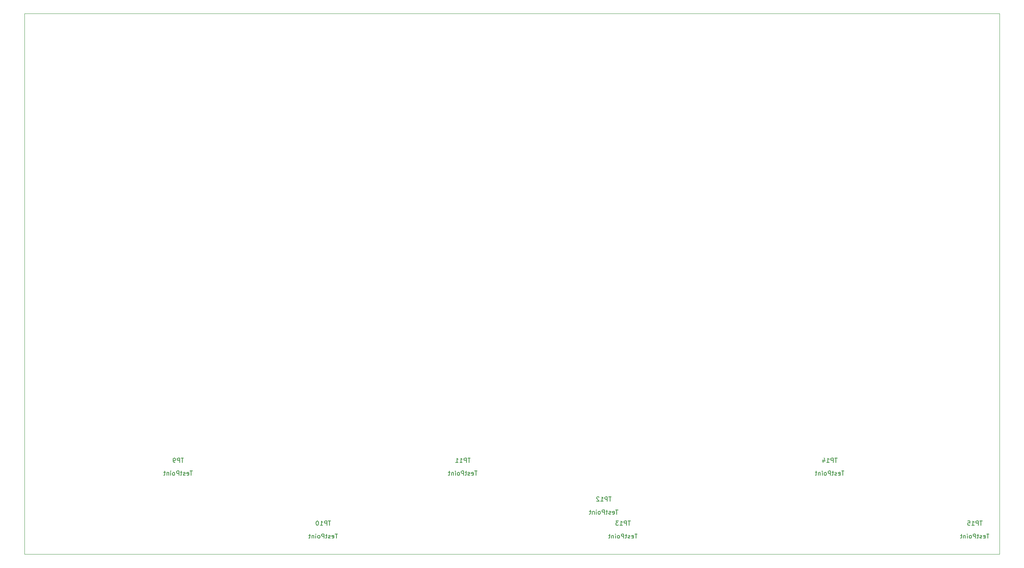
<source format=gbr>
%TF.GenerationSoftware,KiCad,Pcbnew,7.0.7*%
%TF.CreationDate,2023-10-28T12:22:14-07:00*%
%TF.ProjectId,MF50,4d463530-2e6b-4696-9361-645f70636258,rev?*%
%TF.SameCoordinates,Original*%
%TF.FileFunction,AssemblyDrawing,Bot*%
%FSLAX46Y46*%
G04 Gerber Fmt 4.6, Leading zero omitted, Abs format (unit mm)*
G04 Created by KiCad (PCBNEW 7.0.7) date 2023-10-28 12:22:14*
%MOMM*%
%LPD*%
G01*
G04 APERTURE LIST*
%ADD10C,0.150000*%
%TA.AperFunction,Profile*%
%ADD11C,0.100000*%
%TD*%
G04 APERTURE END LIST*
D10*
X215703333Y-157004819D02*
X215131905Y-157004819D01*
X215417619Y-158004819D02*
X215417619Y-157004819D01*
X214417619Y-157957200D02*
X214512857Y-158004819D01*
X214512857Y-158004819D02*
X214703333Y-158004819D01*
X214703333Y-158004819D02*
X214798571Y-157957200D01*
X214798571Y-157957200D02*
X214846190Y-157861961D01*
X214846190Y-157861961D02*
X214846190Y-157481009D01*
X214846190Y-157481009D02*
X214798571Y-157385771D01*
X214798571Y-157385771D02*
X214703333Y-157338152D01*
X214703333Y-157338152D02*
X214512857Y-157338152D01*
X214512857Y-157338152D02*
X214417619Y-157385771D01*
X214417619Y-157385771D02*
X214370000Y-157481009D01*
X214370000Y-157481009D02*
X214370000Y-157576247D01*
X214370000Y-157576247D02*
X214846190Y-157671485D01*
X213989047Y-157957200D02*
X213893809Y-158004819D01*
X213893809Y-158004819D02*
X213703333Y-158004819D01*
X213703333Y-158004819D02*
X213608095Y-157957200D01*
X213608095Y-157957200D02*
X213560476Y-157861961D01*
X213560476Y-157861961D02*
X213560476Y-157814342D01*
X213560476Y-157814342D02*
X213608095Y-157719104D01*
X213608095Y-157719104D02*
X213703333Y-157671485D01*
X213703333Y-157671485D02*
X213846190Y-157671485D01*
X213846190Y-157671485D02*
X213941428Y-157623866D01*
X213941428Y-157623866D02*
X213989047Y-157528628D01*
X213989047Y-157528628D02*
X213989047Y-157481009D01*
X213989047Y-157481009D02*
X213941428Y-157385771D01*
X213941428Y-157385771D02*
X213846190Y-157338152D01*
X213846190Y-157338152D02*
X213703333Y-157338152D01*
X213703333Y-157338152D02*
X213608095Y-157385771D01*
X213274761Y-157338152D02*
X212893809Y-157338152D01*
X213131904Y-157004819D02*
X213131904Y-157861961D01*
X213131904Y-157861961D02*
X213084285Y-157957200D01*
X213084285Y-157957200D02*
X212989047Y-158004819D01*
X212989047Y-158004819D02*
X212893809Y-158004819D01*
X212560475Y-158004819D02*
X212560475Y-157004819D01*
X212560475Y-157004819D02*
X212179523Y-157004819D01*
X212179523Y-157004819D02*
X212084285Y-157052438D01*
X212084285Y-157052438D02*
X212036666Y-157100057D01*
X212036666Y-157100057D02*
X211989047Y-157195295D01*
X211989047Y-157195295D02*
X211989047Y-157338152D01*
X211989047Y-157338152D02*
X212036666Y-157433390D01*
X212036666Y-157433390D02*
X212084285Y-157481009D01*
X212084285Y-157481009D02*
X212179523Y-157528628D01*
X212179523Y-157528628D02*
X212560475Y-157528628D01*
X211417618Y-158004819D02*
X211512856Y-157957200D01*
X211512856Y-157957200D02*
X211560475Y-157909580D01*
X211560475Y-157909580D02*
X211608094Y-157814342D01*
X211608094Y-157814342D02*
X211608094Y-157528628D01*
X211608094Y-157528628D02*
X211560475Y-157433390D01*
X211560475Y-157433390D02*
X211512856Y-157385771D01*
X211512856Y-157385771D02*
X211417618Y-157338152D01*
X211417618Y-157338152D02*
X211274761Y-157338152D01*
X211274761Y-157338152D02*
X211179523Y-157385771D01*
X211179523Y-157385771D02*
X211131904Y-157433390D01*
X211131904Y-157433390D02*
X211084285Y-157528628D01*
X211084285Y-157528628D02*
X211084285Y-157814342D01*
X211084285Y-157814342D02*
X211131904Y-157909580D01*
X211131904Y-157909580D02*
X211179523Y-157957200D01*
X211179523Y-157957200D02*
X211274761Y-158004819D01*
X211274761Y-158004819D02*
X211417618Y-158004819D01*
X210655713Y-158004819D02*
X210655713Y-157338152D01*
X210655713Y-157004819D02*
X210703332Y-157052438D01*
X210703332Y-157052438D02*
X210655713Y-157100057D01*
X210655713Y-157100057D02*
X210608094Y-157052438D01*
X210608094Y-157052438D02*
X210655713Y-157004819D01*
X210655713Y-157004819D02*
X210655713Y-157100057D01*
X210179523Y-157338152D02*
X210179523Y-158004819D01*
X210179523Y-157433390D02*
X210131904Y-157385771D01*
X210131904Y-157385771D02*
X210036666Y-157338152D01*
X210036666Y-157338152D02*
X209893809Y-157338152D01*
X209893809Y-157338152D02*
X209798571Y-157385771D01*
X209798571Y-157385771D02*
X209750952Y-157481009D01*
X209750952Y-157481009D02*
X209750952Y-158004819D01*
X209417618Y-157338152D02*
X209036666Y-157338152D01*
X209274761Y-157004819D02*
X209274761Y-157861961D01*
X209274761Y-157861961D02*
X209227142Y-157957200D01*
X209227142Y-157957200D02*
X209131904Y-158004819D01*
X209131904Y-158004819D02*
X209036666Y-158004819D01*
X213631904Y-154004819D02*
X213060476Y-154004819D01*
X213346190Y-155004819D02*
X213346190Y-154004819D01*
X212727142Y-155004819D02*
X212727142Y-154004819D01*
X212727142Y-154004819D02*
X212346190Y-154004819D01*
X212346190Y-154004819D02*
X212250952Y-154052438D01*
X212250952Y-154052438D02*
X212203333Y-154100057D01*
X212203333Y-154100057D02*
X212155714Y-154195295D01*
X212155714Y-154195295D02*
X212155714Y-154338152D01*
X212155714Y-154338152D02*
X212203333Y-154433390D01*
X212203333Y-154433390D02*
X212250952Y-154481009D01*
X212250952Y-154481009D02*
X212346190Y-154528628D01*
X212346190Y-154528628D02*
X212727142Y-154528628D01*
X211679523Y-155004819D02*
X211489047Y-155004819D01*
X211489047Y-155004819D02*
X211393809Y-154957200D01*
X211393809Y-154957200D02*
X211346190Y-154909580D01*
X211346190Y-154909580D02*
X211250952Y-154766723D01*
X211250952Y-154766723D02*
X211203333Y-154576247D01*
X211203333Y-154576247D02*
X211203333Y-154195295D01*
X211203333Y-154195295D02*
X211250952Y-154100057D01*
X211250952Y-154100057D02*
X211298571Y-154052438D01*
X211298571Y-154052438D02*
X211393809Y-154004819D01*
X211393809Y-154004819D02*
X211584285Y-154004819D01*
X211584285Y-154004819D02*
X211679523Y-154052438D01*
X211679523Y-154052438D02*
X211727142Y-154100057D01*
X211727142Y-154100057D02*
X211774761Y-154195295D01*
X211774761Y-154195295D02*
X211774761Y-154433390D01*
X211774761Y-154433390D02*
X211727142Y-154528628D01*
X211727142Y-154528628D02*
X211679523Y-154576247D01*
X211679523Y-154576247D02*
X211584285Y-154623866D01*
X211584285Y-154623866D02*
X211393809Y-154623866D01*
X211393809Y-154623866D02*
X211298571Y-154576247D01*
X211298571Y-154576247D02*
X211250952Y-154528628D01*
X211250952Y-154528628D02*
X211203333Y-154433390D01*
X366713333Y-157004819D02*
X366141905Y-157004819D01*
X366427619Y-158004819D02*
X366427619Y-157004819D01*
X365427619Y-157957200D02*
X365522857Y-158004819D01*
X365522857Y-158004819D02*
X365713333Y-158004819D01*
X365713333Y-158004819D02*
X365808571Y-157957200D01*
X365808571Y-157957200D02*
X365856190Y-157861961D01*
X365856190Y-157861961D02*
X365856190Y-157481009D01*
X365856190Y-157481009D02*
X365808571Y-157385771D01*
X365808571Y-157385771D02*
X365713333Y-157338152D01*
X365713333Y-157338152D02*
X365522857Y-157338152D01*
X365522857Y-157338152D02*
X365427619Y-157385771D01*
X365427619Y-157385771D02*
X365380000Y-157481009D01*
X365380000Y-157481009D02*
X365380000Y-157576247D01*
X365380000Y-157576247D02*
X365856190Y-157671485D01*
X364999047Y-157957200D02*
X364903809Y-158004819D01*
X364903809Y-158004819D02*
X364713333Y-158004819D01*
X364713333Y-158004819D02*
X364618095Y-157957200D01*
X364618095Y-157957200D02*
X364570476Y-157861961D01*
X364570476Y-157861961D02*
X364570476Y-157814342D01*
X364570476Y-157814342D02*
X364618095Y-157719104D01*
X364618095Y-157719104D02*
X364713333Y-157671485D01*
X364713333Y-157671485D02*
X364856190Y-157671485D01*
X364856190Y-157671485D02*
X364951428Y-157623866D01*
X364951428Y-157623866D02*
X364999047Y-157528628D01*
X364999047Y-157528628D02*
X364999047Y-157481009D01*
X364999047Y-157481009D02*
X364951428Y-157385771D01*
X364951428Y-157385771D02*
X364856190Y-157338152D01*
X364856190Y-157338152D02*
X364713333Y-157338152D01*
X364713333Y-157338152D02*
X364618095Y-157385771D01*
X364284761Y-157338152D02*
X363903809Y-157338152D01*
X364141904Y-157004819D02*
X364141904Y-157861961D01*
X364141904Y-157861961D02*
X364094285Y-157957200D01*
X364094285Y-157957200D02*
X363999047Y-158004819D01*
X363999047Y-158004819D02*
X363903809Y-158004819D01*
X363570475Y-158004819D02*
X363570475Y-157004819D01*
X363570475Y-157004819D02*
X363189523Y-157004819D01*
X363189523Y-157004819D02*
X363094285Y-157052438D01*
X363094285Y-157052438D02*
X363046666Y-157100057D01*
X363046666Y-157100057D02*
X362999047Y-157195295D01*
X362999047Y-157195295D02*
X362999047Y-157338152D01*
X362999047Y-157338152D02*
X363046666Y-157433390D01*
X363046666Y-157433390D02*
X363094285Y-157481009D01*
X363094285Y-157481009D02*
X363189523Y-157528628D01*
X363189523Y-157528628D02*
X363570475Y-157528628D01*
X362427618Y-158004819D02*
X362522856Y-157957200D01*
X362522856Y-157957200D02*
X362570475Y-157909580D01*
X362570475Y-157909580D02*
X362618094Y-157814342D01*
X362618094Y-157814342D02*
X362618094Y-157528628D01*
X362618094Y-157528628D02*
X362570475Y-157433390D01*
X362570475Y-157433390D02*
X362522856Y-157385771D01*
X362522856Y-157385771D02*
X362427618Y-157338152D01*
X362427618Y-157338152D02*
X362284761Y-157338152D01*
X362284761Y-157338152D02*
X362189523Y-157385771D01*
X362189523Y-157385771D02*
X362141904Y-157433390D01*
X362141904Y-157433390D02*
X362094285Y-157528628D01*
X362094285Y-157528628D02*
X362094285Y-157814342D01*
X362094285Y-157814342D02*
X362141904Y-157909580D01*
X362141904Y-157909580D02*
X362189523Y-157957200D01*
X362189523Y-157957200D02*
X362284761Y-158004819D01*
X362284761Y-158004819D02*
X362427618Y-158004819D01*
X361665713Y-158004819D02*
X361665713Y-157338152D01*
X361665713Y-157004819D02*
X361713332Y-157052438D01*
X361713332Y-157052438D02*
X361665713Y-157100057D01*
X361665713Y-157100057D02*
X361618094Y-157052438D01*
X361618094Y-157052438D02*
X361665713Y-157004819D01*
X361665713Y-157004819D02*
X361665713Y-157100057D01*
X361189523Y-157338152D02*
X361189523Y-158004819D01*
X361189523Y-157433390D02*
X361141904Y-157385771D01*
X361141904Y-157385771D02*
X361046666Y-157338152D01*
X361046666Y-157338152D02*
X360903809Y-157338152D01*
X360903809Y-157338152D02*
X360808571Y-157385771D01*
X360808571Y-157385771D02*
X360760952Y-157481009D01*
X360760952Y-157481009D02*
X360760952Y-158004819D01*
X360427618Y-157338152D02*
X360046666Y-157338152D01*
X360284761Y-157004819D02*
X360284761Y-157861961D01*
X360284761Y-157861961D02*
X360237142Y-157957200D01*
X360237142Y-157957200D02*
X360141904Y-158004819D01*
X360141904Y-158004819D02*
X360046666Y-158004819D01*
X365118094Y-154004819D02*
X364546666Y-154004819D01*
X364832380Y-155004819D02*
X364832380Y-154004819D01*
X364213332Y-155004819D02*
X364213332Y-154004819D01*
X364213332Y-154004819D02*
X363832380Y-154004819D01*
X363832380Y-154004819D02*
X363737142Y-154052438D01*
X363737142Y-154052438D02*
X363689523Y-154100057D01*
X363689523Y-154100057D02*
X363641904Y-154195295D01*
X363641904Y-154195295D02*
X363641904Y-154338152D01*
X363641904Y-154338152D02*
X363689523Y-154433390D01*
X363689523Y-154433390D02*
X363737142Y-154481009D01*
X363737142Y-154481009D02*
X363832380Y-154528628D01*
X363832380Y-154528628D02*
X364213332Y-154528628D01*
X362689523Y-155004819D02*
X363260951Y-155004819D01*
X362975237Y-155004819D02*
X362975237Y-154004819D01*
X362975237Y-154004819D02*
X363070475Y-154147676D01*
X363070475Y-154147676D02*
X363165713Y-154242914D01*
X363165713Y-154242914D02*
X363260951Y-154290533D01*
X361832380Y-154338152D02*
X361832380Y-155004819D01*
X362070475Y-153957200D02*
X362308570Y-154671485D01*
X362308570Y-154671485D02*
X361689523Y-154671485D01*
X318793333Y-171584819D02*
X318221905Y-171584819D01*
X318507619Y-172584819D02*
X318507619Y-171584819D01*
X317507619Y-172537200D02*
X317602857Y-172584819D01*
X317602857Y-172584819D02*
X317793333Y-172584819D01*
X317793333Y-172584819D02*
X317888571Y-172537200D01*
X317888571Y-172537200D02*
X317936190Y-172441961D01*
X317936190Y-172441961D02*
X317936190Y-172061009D01*
X317936190Y-172061009D02*
X317888571Y-171965771D01*
X317888571Y-171965771D02*
X317793333Y-171918152D01*
X317793333Y-171918152D02*
X317602857Y-171918152D01*
X317602857Y-171918152D02*
X317507619Y-171965771D01*
X317507619Y-171965771D02*
X317460000Y-172061009D01*
X317460000Y-172061009D02*
X317460000Y-172156247D01*
X317460000Y-172156247D02*
X317936190Y-172251485D01*
X317079047Y-172537200D02*
X316983809Y-172584819D01*
X316983809Y-172584819D02*
X316793333Y-172584819D01*
X316793333Y-172584819D02*
X316698095Y-172537200D01*
X316698095Y-172537200D02*
X316650476Y-172441961D01*
X316650476Y-172441961D02*
X316650476Y-172394342D01*
X316650476Y-172394342D02*
X316698095Y-172299104D01*
X316698095Y-172299104D02*
X316793333Y-172251485D01*
X316793333Y-172251485D02*
X316936190Y-172251485D01*
X316936190Y-172251485D02*
X317031428Y-172203866D01*
X317031428Y-172203866D02*
X317079047Y-172108628D01*
X317079047Y-172108628D02*
X317079047Y-172061009D01*
X317079047Y-172061009D02*
X317031428Y-171965771D01*
X317031428Y-171965771D02*
X316936190Y-171918152D01*
X316936190Y-171918152D02*
X316793333Y-171918152D01*
X316793333Y-171918152D02*
X316698095Y-171965771D01*
X316364761Y-171918152D02*
X315983809Y-171918152D01*
X316221904Y-171584819D02*
X316221904Y-172441961D01*
X316221904Y-172441961D02*
X316174285Y-172537200D01*
X316174285Y-172537200D02*
X316079047Y-172584819D01*
X316079047Y-172584819D02*
X315983809Y-172584819D01*
X315650475Y-172584819D02*
X315650475Y-171584819D01*
X315650475Y-171584819D02*
X315269523Y-171584819D01*
X315269523Y-171584819D02*
X315174285Y-171632438D01*
X315174285Y-171632438D02*
X315126666Y-171680057D01*
X315126666Y-171680057D02*
X315079047Y-171775295D01*
X315079047Y-171775295D02*
X315079047Y-171918152D01*
X315079047Y-171918152D02*
X315126666Y-172013390D01*
X315126666Y-172013390D02*
X315174285Y-172061009D01*
X315174285Y-172061009D02*
X315269523Y-172108628D01*
X315269523Y-172108628D02*
X315650475Y-172108628D01*
X314507618Y-172584819D02*
X314602856Y-172537200D01*
X314602856Y-172537200D02*
X314650475Y-172489580D01*
X314650475Y-172489580D02*
X314698094Y-172394342D01*
X314698094Y-172394342D02*
X314698094Y-172108628D01*
X314698094Y-172108628D02*
X314650475Y-172013390D01*
X314650475Y-172013390D02*
X314602856Y-171965771D01*
X314602856Y-171965771D02*
X314507618Y-171918152D01*
X314507618Y-171918152D02*
X314364761Y-171918152D01*
X314364761Y-171918152D02*
X314269523Y-171965771D01*
X314269523Y-171965771D02*
X314221904Y-172013390D01*
X314221904Y-172013390D02*
X314174285Y-172108628D01*
X314174285Y-172108628D02*
X314174285Y-172394342D01*
X314174285Y-172394342D02*
X314221904Y-172489580D01*
X314221904Y-172489580D02*
X314269523Y-172537200D01*
X314269523Y-172537200D02*
X314364761Y-172584819D01*
X314364761Y-172584819D02*
X314507618Y-172584819D01*
X313745713Y-172584819D02*
X313745713Y-171918152D01*
X313745713Y-171584819D02*
X313793332Y-171632438D01*
X313793332Y-171632438D02*
X313745713Y-171680057D01*
X313745713Y-171680057D02*
X313698094Y-171632438D01*
X313698094Y-171632438D02*
X313745713Y-171584819D01*
X313745713Y-171584819D02*
X313745713Y-171680057D01*
X313269523Y-171918152D02*
X313269523Y-172584819D01*
X313269523Y-172013390D02*
X313221904Y-171965771D01*
X313221904Y-171965771D02*
X313126666Y-171918152D01*
X313126666Y-171918152D02*
X312983809Y-171918152D01*
X312983809Y-171918152D02*
X312888571Y-171965771D01*
X312888571Y-171965771D02*
X312840952Y-172061009D01*
X312840952Y-172061009D02*
X312840952Y-172584819D01*
X312507618Y-171918152D02*
X312126666Y-171918152D01*
X312364761Y-171584819D02*
X312364761Y-172441961D01*
X312364761Y-172441961D02*
X312317142Y-172537200D01*
X312317142Y-172537200D02*
X312221904Y-172584819D01*
X312221904Y-172584819D02*
X312126666Y-172584819D01*
X317198094Y-168584819D02*
X316626666Y-168584819D01*
X316912380Y-169584819D02*
X316912380Y-168584819D01*
X316293332Y-169584819D02*
X316293332Y-168584819D01*
X316293332Y-168584819D02*
X315912380Y-168584819D01*
X315912380Y-168584819D02*
X315817142Y-168632438D01*
X315817142Y-168632438D02*
X315769523Y-168680057D01*
X315769523Y-168680057D02*
X315721904Y-168775295D01*
X315721904Y-168775295D02*
X315721904Y-168918152D01*
X315721904Y-168918152D02*
X315769523Y-169013390D01*
X315769523Y-169013390D02*
X315817142Y-169061009D01*
X315817142Y-169061009D02*
X315912380Y-169108628D01*
X315912380Y-169108628D02*
X316293332Y-169108628D01*
X314769523Y-169584819D02*
X315340951Y-169584819D01*
X315055237Y-169584819D02*
X315055237Y-168584819D01*
X315055237Y-168584819D02*
X315150475Y-168727676D01*
X315150475Y-168727676D02*
X315245713Y-168822914D01*
X315245713Y-168822914D02*
X315340951Y-168870533D01*
X314436189Y-168584819D02*
X313817142Y-168584819D01*
X313817142Y-168584819D02*
X314150475Y-168965771D01*
X314150475Y-168965771D02*
X314007618Y-168965771D01*
X314007618Y-168965771D02*
X313912380Y-169013390D01*
X313912380Y-169013390D02*
X313864761Y-169061009D01*
X313864761Y-169061009D02*
X313817142Y-169156247D01*
X313817142Y-169156247D02*
X313817142Y-169394342D01*
X313817142Y-169394342D02*
X313864761Y-169489580D01*
X313864761Y-169489580D02*
X313912380Y-169537200D01*
X313912380Y-169537200D02*
X314007618Y-169584819D01*
X314007618Y-169584819D02*
X314293332Y-169584819D01*
X314293332Y-169584819D02*
X314388570Y-169537200D01*
X314388570Y-169537200D02*
X314436189Y-169489580D01*
X249333333Y-171584819D02*
X248761905Y-171584819D01*
X249047619Y-172584819D02*
X249047619Y-171584819D01*
X248047619Y-172537200D02*
X248142857Y-172584819D01*
X248142857Y-172584819D02*
X248333333Y-172584819D01*
X248333333Y-172584819D02*
X248428571Y-172537200D01*
X248428571Y-172537200D02*
X248476190Y-172441961D01*
X248476190Y-172441961D02*
X248476190Y-172061009D01*
X248476190Y-172061009D02*
X248428571Y-171965771D01*
X248428571Y-171965771D02*
X248333333Y-171918152D01*
X248333333Y-171918152D02*
X248142857Y-171918152D01*
X248142857Y-171918152D02*
X248047619Y-171965771D01*
X248047619Y-171965771D02*
X248000000Y-172061009D01*
X248000000Y-172061009D02*
X248000000Y-172156247D01*
X248000000Y-172156247D02*
X248476190Y-172251485D01*
X247619047Y-172537200D02*
X247523809Y-172584819D01*
X247523809Y-172584819D02*
X247333333Y-172584819D01*
X247333333Y-172584819D02*
X247238095Y-172537200D01*
X247238095Y-172537200D02*
X247190476Y-172441961D01*
X247190476Y-172441961D02*
X247190476Y-172394342D01*
X247190476Y-172394342D02*
X247238095Y-172299104D01*
X247238095Y-172299104D02*
X247333333Y-172251485D01*
X247333333Y-172251485D02*
X247476190Y-172251485D01*
X247476190Y-172251485D02*
X247571428Y-172203866D01*
X247571428Y-172203866D02*
X247619047Y-172108628D01*
X247619047Y-172108628D02*
X247619047Y-172061009D01*
X247619047Y-172061009D02*
X247571428Y-171965771D01*
X247571428Y-171965771D02*
X247476190Y-171918152D01*
X247476190Y-171918152D02*
X247333333Y-171918152D01*
X247333333Y-171918152D02*
X247238095Y-171965771D01*
X246904761Y-171918152D02*
X246523809Y-171918152D01*
X246761904Y-171584819D02*
X246761904Y-172441961D01*
X246761904Y-172441961D02*
X246714285Y-172537200D01*
X246714285Y-172537200D02*
X246619047Y-172584819D01*
X246619047Y-172584819D02*
X246523809Y-172584819D01*
X246190475Y-172584819D02*
X246190475Y-171584819D01*
X246190475Y-171584819D02*
X245809523Y-171584819D01*
X245809523Y-171584819D02*
X245714285Y-171632438D01*
X245714285Y-171632438D02*
X245666666Y-171680057D01*
X245666666Y-171680057D02*
X245619047Y-171775295D01*
X245619047Y-171775295D02*
X245619047Y-171918152D01*
X245619047Y-171918152D02*
X245666666Y-172013390D01*
X245666666Y-172013390D02*
X245714285Y-172061009D01*
X245714285Y-172061009D02*
X245809523Y-172108628D01*
X245809523Y-172108628D02*
X246190475Y-172108628D01*
X245047618Y-172584819D02*
X245142856Y-172537200D01*
X245142856Y-172537200D02*
X245190475Y-172489580D01*
X245190475Y-172489580D02*
X245238094Y-172394342D01*
X245238094Y-172394342D02*
X245238094Y-172108628D01*
X245238094Y-172108628D02*
X245190475Y-172013390D01*
X245190475Y-172013390D02*
X245142856Y-171965771D01*
X245142856Y-171965771D02*
X245047618Y-171918152D01*
X245047618Y-171918152D02*
X244904761Y-171918152D01*
X244904761Y-171918152D02*
X244809523Y-171965771D01*
X244809523Y-171965771D02*
X244761904Y-172013390D01*
X244761904Y-172013390D02*
X244714285Y-172108628D01*
X244714285Y-172108628D02*
X244714285Y-172394342D01*
X244714285Y-172394342D02*
X244761904Y-172489580D01*
X244761904Y-172489580D02*
X244809523Y-172537200D01*
X244809523Y-172537200D02*
X244904761Y-172584819D01*
X244904761Y-172584819D02*
X245047618Y-172584819D01*
X244285713Y-172584819D02*
X244285713Y-171918152D01*
X244285713Y-171584819D02*
X244333332Y-171632438D01*
X244333332Y-171632438D02*
X244285713Y-171680057D01*
X244285713Y-171680057D02*
X244238094Y-171632438D01*
X244238094Y-171632438D02*
X244285713Y-171584819D01*
X244285713Y-171584819D02*
X244285713Y-171680057D01*
X243809523Y-171918152D02*
X243809523Y-172584819D01*
X243809523Y-172013390D02*
X243761904Y-171965771D01*
X243761904Y-171965771D02*
X243666666Y-171918152D01*
X243666666Y-171918152D02*
X243523809Y-171918152D01*
X243523809Y-171918152D02*
X243428571Y-171965771D01*
X243428571Y-171965771D02*
X243380952Y-172061009D01*
X243380952Y-172061009D02*
X243380952Y-172584819D01*
X243047618Y-171918152D02*
X242666666Y-171918152D01*
X242904761Y-171584819D02*
X242904761Y-172441961D01*
X242904761Y-172441961D02*
X242857142Y-172537200D01*
X242857142Y-172537200D02*
X242761904Y-172584819D01*
X242761904Y-172584819D02*
X242666666Y-172584819D01*
X247738094Y-168584819D02*
X247166666Y-168584819D01*
X247452380Y-169584819D02*
X247452380Y-168584819D01*
X246833332Y-169584819D02*
X246833332Y-168584819D01*
X246833332Y-168584819D02*
X246452380Y-168584819D01*
X246452380Y-168584819D02*
X246357142Y-168632438D01*
X246357142Y-168632438D02*
X246309523Y-168680057D01*
X246309523Y-168680057D02*
X246261904Y-168775295D01*
X246261904Y-168775295D02*
X246261904Y-168918152D01*
X246261904Y-168918152D02*
X246309523Y-169013390D01*
X246309523Y-169013390D02*
X246357142Y-169061009D01*
X246357142Y-169061009D02*
X246452380Y-169108628D01*
X246452380Y-169108628D02*
X246833332Y-169108628D01*
X245309523Y-169584819D02*
X245880951Y-169584819D01*
X245595237Y-169584819D02*
X245595237Y-168584819D01*
X245595237Y-168584819D02*
X245690475Y-168727676D01*
X245690475Y-168727676D02*
X245785713Y-168822914D01*
X245785713Y-168822914D02*
X245880951Y-168870533D01*
X244690475Y-168584819D02*
X244595237Y-168584819D01*
X244595237Y-168584819D02*
X244499999Y-168632438D01*
X244499999Y-168632438D02*
X244452380Y-168680057D01*
X244452380Y-168680057D02*
X244404761Y-168775295D01*
X244404761Y-168775295D02*
X244357142Y-168965771D01*
X244357142Y-168965771D02*
X244357142Y-169203866D01*
X244357142Y-169203866D02*
X244404761Y-169394342D01*
X244404761Y-169394342D02*
X244452380Y-169489580D01*
X244452380Y-169489580D02*
X244499999Y-169537200D01*
X244499999Y-169537200D02*
X244595237Y-169584819D01*
X244595237Y-169584819D02*
X244690475Y-169584819D01*
X244690475Y-169584819D02*
X244785713Y-169537200D01*
X244785713Y-169537200D02*
X244833332Y-169489580D01*
X244833332Y-169489580D02*
X244880951Y-169394342D01*
X244880951Y-169394342D02*
X244928570Y-169203866D01*
X244928570Y-169203866D02*
X244928570Y-168965771D01*
X244928570Y-168965771D02*
X244880951Y-168775295D01*
X244880951Y-168775295D02*
X244833332Y-168680057D01*
X244833332Y-168680057D02*
X244785713Y-168632438D01*
X244785713Y-168632438D02*
X244690475Y-168584819D01*
X314333333Y-166004819D02*
X313761905Y-166004819D01*
X314047619Y-167004819D02*
X314047619Y-166004819D01*
X313047619Y-166957200D02*
X313142857Y-167004819D01*
X313142857Y-167004819D02*
X313333333Y-167004819D01*
X313333333Y-167004819D02*
X313428571Y-166957200D01*
X313428571Y-166957200D02*
X313476190Y-166861961D01*
X313476190Y-166861961D02*
X313476190Y-166481009D01*
X313476190Y-166481009D02*
X313428571Y-166385771D01*
X313428571Y-166385771D02*
X313333333Y-166338152D01*
X313333333Y-166338152D02*
X313142857Y-166338152D01*
X313142857Y-166338152D02*
X313047619Y-166385771D01*
X313047619Y-166385771D02*
X313000000Y-166481009D01*
X313000000Y-166481009D02*
X313000000Y-166576247D01*
X313000000Y-166576247D02*
X313476190Y-166671485D01*
X312619047Y-166957200D02*
X312523809Y-167004819D01*
X312523809Y-167004819D02*
X312333333Y-167004819D01*
X312333333Y-167004819D02*
X312238095Y-166957200D01*
X312238095Y-166957200D02*
X312190476Y-166861961D01*
X312190476Y-166861961D02*
X312190476Y-166814342D01*
X312190476Y-166814342D02*
X312238095Y-166719104D01*
X312238095Y-166719104D02*
X312333333Y-166671485D01*
X312333333Y-166671485D02*
X312476190Y-166671485D01*
X312476190Y-166671485D02*
X312571428Y-166623866D01*
X312571428Y-166623866D02*
X312619047Y-166528628D01*
X312619047Y-166528628D02*
X312619047Y-166481009D01*
X312619047Y-166481009D02*
X312571428Y-166385771D01*
X312571428Y-166385771D02*
X312476190Y-166338152D01*
X312476190Y-166338152D02*
X312333333Y-166338152D01*
X312333333Y-166338152D02*
X312238095Y-166385771D01*
X311904761Y-166338152D02*
X311523809Y-166338152D01*
X311761904Y-166004819D02*
X311761904Y-166861961D01*
X311761904Y-166861961D02*
X311714285Y-166957200D01*
X311714285Y-166957200D02*
X311619047Y-167004819D01*
X311619047Y-167004819D02*
X311523809Y-167004819D01*
X311190475Y-167004819D02*
X311190475Y-166004819D01*
X311190475Y-166004819D02*
X310809523Y-166004819D01*
X310809523Y-166004819D02*
X310714285Y-166052438D01*
X310714285Y-166052438D02*
X310666666Y-166100057D01*
X310666666Y-166100057D02*
X310619047Y-166195295D01*
X310619047Y-166195295D02*
X310619047Y-166338152D01*
X310619047Y-166338152D02*
X310666666Y-166433390D01*
X310666666Y-166433390D02*
X310714285Y-166481009D01*
X310714285Y-166481009D02*
X310809523Y-166528628D01*
X310809523Y-166528628D02*
X311190475Y-166528628D01*
X310047618Y-167004819D02*
X310142856Y-166957200D01*
X310142856Y-166957200D02*
X310190475Y-166909580D01*
X310190475Y-166909580D02*
X310238094Y-166814342D01*
X310238094Y-166814342D02*
X310238094Y-166528628D01*
X310238094Y-166528628D02*
X310190475Y-166433390D01*
X310190475Y-166433390D02*
X310142856Y-166385771D01*
X310142856Y-166385771D02*
X310047618Y-166338152D01*
X310047618Y-166338152D02*
X309904761Y-166338152D01*
X309904761Y-166338152D02*
X309809523Y-166385771D01*
X309809523Y-166385771D02*
X309761904Y-166433390D01*
X309761904Y-166433390D02*
X309714285Y-166528628D01*
X309714285Y-166528628D02*
X309714285Y-166814342D01*
X309714285Y-166814342D02*
X309761904Y-166909580D01*
X309761904Y-166909580D02*
X309809523Y-166957200D01*
X309809523Y-166957200D02*
X309904761Y-167004819D01*
X309904761Y-167004819D02*
X310047618Y-167004819D01*
X309285713Y-167004819D02*
X309285713Y-166338152D01*
X309285713Y-166004819D02*
X309333332Y-166052438D01*
X309333332Y-166052438D02*
X309285713Y-166100057D01*
X309285713Y-166100057D02*
X309238094Y-166052438D01*
X309238094Y-166052438D02*
X309285713Y-166004819D01*
X309285713Y-166004819D02*
X309285713Y-166100057D01*
X308809523Y-166338152D02*
X308809523Y-167004819D01*
X308809523Y-166433390D02*
X308761904Y-166385771D01*
X308761904Y-166385771D02*
X308666666Y-166338152D01*
X308666666Y-166338152D02*
X308523809Y-166338152D01*
X308523809Y-166338152D02*
X308428571Y-166385771D01*
X308428571Y-166385771D02*
X308380952Y-166481009D01*
X308380952Y-166481009D02*
X308380952Y-167004819D01*
X308047618Y-166338152D02*
X307666666Y-166338152D01*
X307904761Y-166004819D02*
X307904761Y-166861961D01*
X307904761Y-166861961D02*
X307857142Y-166957200D01*
X307857142Y-166957200D02*
X307761904Y-167004819D01*
X307761904Y-167004819D02*
X307666666Y-167004819D01*
X312738094Y-163004819D02*
X312166666Y-163004819D01*
X312452380Y-164004819D02*
X312452380Y-163004819D01*
X311833332Y-164004819D02*
X311833332Y-163004819D01*
X311833332Y-163004819D02*
X311452380Y-163004819D01*
X311452380Y-163004819D02*
X311357142Y-163052438D01*
X311357142Y-163052438D02*
X311309523Y-163100057D01*
X311309523Y-163100057D02*
X311261904Y-163195295D01*
X311261904Y-163195295D02*
X311261904Y-163338152D01*
X311261904Y-163338152D02*
X311309523Y-163433390D01*
X311309523Y-163433390D02*
X311357142Y-163481009D01*
X311357142Y-163481009D02*
X311452380Y-163528628D01*
X311452380Y-163528628D02*
X311833332Y-163528628D01*
X310309523Y-164004819D02*
X310880951Y-164004819D01*
X310595237Y-164004819D02*
X310595237Y-163004819D01*
X310595237Y-163004819D02*
X310690475Y-163147676D01*
X310690475Y-163147676D02*
X310785713Y-163242914D01*
X310785713Y-163242914D02*
X310880951Y-163290533D01*
X309928570Y-163100057D02*
X309880951Y-163052438D01*
X309880951Y-163052438D02*
X309785713Y-163004819D01*
X309785713Y-163004819D02*
X309547618Y-163004819D01*
X309547618Y-163004819D02*
X309452380Y-163052438D01*
X309452380Y-163052438D02*
X309404761Y-163100057D01*
X309404761Y-163100057D02*
X309357142Y-163195295D01*
X309357142Y-163195295D02*
X309357142Y-163290533D01*
X309357142Y-163290533D02*
X309404761Y-163433390D01*
X309404761Y-163433390D02*
X309976189Y-164004819D01*
X309976189Y-164004819D02*
X309357142Y-164004819D01*
X281683333Y-157004819D02*
X281111905Y-157004819D01*
X281397619Y-158004819D02*
X281397619Y-157004819D01*
X280397619Y-157957200D02*
X280492857Y-158004819D01*
X280492857Y-158004819D02*
X280683333Y-158004819D01*
X280683333Y-158004819D02*
X280778571Y-157957200D01*
X280778571Y-157957200D02*
X280826190Y-157861961D01*
X280826190Y-157861961D02*
X280826190Y-157481009D01*
X280826190Y-157481009D02*
X280778571Y-157385771D01*
X280778571Y-157385771D02*
X280683333Y-157338152D01*
X280683333Y-157338152D02*
X280492857Y-157338152D01*
X280492857Y-157338152D02*
X280397619Y-157385771D01*
X280397619Y-157385771D02*
X280350000Y-157481009D01*
X280350000Y-157481009D02*
X280350000Y-157576247D01*
X280350000Y-157576247D02*
X280826190Y-157671485D01*
X279969047Y-157957200D02*
X279873809Y-158004819D01*
X279873809Y-158004819D02*
X279683333Y-158004819D01*
X279683333Y-158004819D02*
X279588095Y-157957200D01*
X279588095Y-157957200D02*
X279540476Y-157861961D01*
X279540476Y-157861961D02*
X279540476Y-157814342D01*
X279540476Y-157814342D02*
X279588095Y-157719104D01*
X279588095Y-157719104D02*
X279683333Y-157671485D01*
X279683333Y-157671485D02*
X279826190Y-157671485D01*
X279826190Y-157671485D02*
X279921428Y-157623866D01*
X279921428Y-157623866D02*
X279969047Y-157528628D01*
X279969047Y-157528628D02*
X279969047Y-157481009D01*
X279969047Y-157481009D02*
X279921428Y-157385771D01*
X279921428Y-157385771D02*
X279826190Y-157338152D01*
X279826190Y-157338152D02*
X279683333Y-157338152D01*
X279683333Y-157338152D02*
X279588095Y-157385771D01*
X279254761Y-157338152D02*
X278873809Y-157338152D01*
X279111904Y-157004819D02*
X279111904Y-157861961D01*
X279111904Y-157861961D02*
X279064285Y-157957200D01*
X279064285Y-157957200D02*
X278969047Y-158004819D01*
X278969047Y-158004819D02*
X278873809Y-158004819D01*
X278540475Y-158004819D02*
X278540475Y-157004819D01*
X278540475Y-157004819D02*
X278159523Y-157004819D01*
X278159523Y-157004819D02*
X278064285Y-157052438D01*
X278064285Y-157052438D02*
X278016666Y-157100057D01*
X278016666Y-157100057D02*
X277969047Y-157195295D01*
X277969047Y-157195295D02*
X277969047Y-157338152D01*
X277969047Y-157338152D02*
X278016666Y-157433390D01*
X278016666Y-157433390D02*
X278064285Y-157481009D01*
X278064285Y-157481009D02*
X278159523Y-157528628D01*
X278159523Y-157528628D02*
X278540475Y-157528628D01*
X277397618Y-158004819D02*
X277492856Y-157957200D01*
X277492856Y-157957200D02*
X277540475Y-157909580D01*
X277540475Y-157909580D02*
X277588094Y-157814342D01*
X277588094Y-157814342D02*
X277588094Y-157528628D01*
X277588094Y-157528628D02*
X277540475Y-157433390D01*
X277540475Y-157433390D02*
X277492856Y-157385771D01*
X277492856Y-157385771D02*
X277397618Y-157338152D01*
X277397618Y-157338152D02*
X277254761Y-157338152D01*
X277254761Y-157338152D02*
X277159523Y-157385771D01*
X277159523Y-157385771D02*
X277111904Y-157433390D01*
X277111904Y-157433390D02*
X277064285Y-157528628D01*
X277064285Y-157528628D02*
X277064285Y-157814342D01*
X277064285Y-157814342D02*
X277111904Y-157909580D01*
X277111904Y-157909580D02*
X277159523Y-157957200D01*
X277159523Y-157957200D02*
X277254761Y-158004819D01*
X277254761Y-158004819D02*
X277397618Y-158004819D01*
X276635713Y-158004819D02*
X276635713Y-157338152D01*
X276635713Y-157004819D02*
X276683332Y-157052438D01*
X276683332Y-157052438D02*
X276635713Y-157100057D01*
X276635713Y-157100057D02*
X276588094Y-157052438D01*
X276588094Y-157052438D02*
X276635713Y-157004819D01*
X276635713Y-157004819D02*
X276635713Y-157100057D01*
X276159523Y-157338152D02*
X276159523Y-158004819D01*
X276159523Y-157433390D02*
X276111904Y-157385771D01*
X276111904Y-157385771D02*
X276016666Y-157338152D01*
X276016666Y-157338152D02*
X275873809Y-157338152D01*
X275873809Y-157338152D02*
X275778571Y-157385771D01*
X275778571Y-157385771D02*
X275730952Y-157481009D01*
X275730952Y-157481009D02*
X275730952Y-158004819D01*
X275397618Y-157338152D02*
X275016666Y-157338152D01*
X275254761Y-157004819D02*
X275254761Y-157861961D01*
X275254761Y-157861961D02*
X275207142Y-157957200D01*
X275207142Y-157957200D02*
X275111904Y-158004819D01*
X275111904Y-158004819D02*
X275016666Y-158004819D01*
X280088094Y-154004819D02*
X279516666Y-154004819D01*
X279802380Y-155004819D02*
X279802380Y-154004819D01*
X279183332Y-155004819D02*
X279183332Y-154004819D01*
X279183332Y-154004819D02*
X278802380Y-154004819D01*
X278802380Y-154004819D02*
X278707142Y-154052438D01*
X278707142Y-154052438D02*
X278659523Y-154100057D01*
X278659523Y-154100057D02*
X278611904Y-154195295D01*
X278611904Y-154195295D02*
X278611904Y-154338152D01*
X278611904Y-154338152D02*
X278659523Y-154433390D01*
X278659523Y-154433390D02*
X278707142Y-154481009D01*
X278707142Y-154481009D02*
X278802380Y-154528628D01*
X278802380Y-154528628D02*
X279183332Y-154528628D01*
X277659523Y-155004819D02*
X278230951Y-155004819D01*
X277945237Y-155004819D02*
X277945237Y-154004819D01*
X277945237Y-154004819D02*
X278040475Y-154147676D01*
X278040475Y-154147676D02*
X278135713Y-154242914D01*
X278135713Y-154242914D02*
X278230951Y-154290533D01*
X276707142Y-155004819D02*
X277278570Y-155004819D01*
X276992856Y-155004819D02*
X276992856Y-154004819D01*
X276992856Y-154004819D02*
X277088094Y-154147676D01*
X277088094Y-154147676D02*
X277183332Y-154242914D01*
X277183332Y-154242914D02*
X277278570Y-154290533D01*
X400333333Y-171584819D02*
X399761905Y-171584819D01*
X400047619Y-172584819D02*
X400047619Y-171584819D01*
X399047619Y-172537200D02*
X399142857Y-172584819D01*
X399142857Y-172584819D02*
X399333333Y-172584819D01*
X399333333Y-172584819D02*
X399428571Y-172537200D01*
X399428571Y-172537200D02*
X399476190Y-172441961D01*
X399476190Y-172441961D02*
X399476190Y-172061009D01*
X399476190Y-172061009D02*
X399428571Y-171965771D01*
X399428571Y-171965771D02*
X399333333Y-171918152D01*
X399333333Y-171918152D02*
X399142857Y-171918152D01*
X399142857Y-171918152D02*
X399047619Y-171965771D01*
X399047619Y-171965771D02*
X399000000Y-172061009D01*
X399000000Y-172061009D02*
X399000000Y-172156247D01*
X399000000Y-172156247D02*
X399476190Y-172251485D01*
X398619047Y-172537200D02*
X398523809Y-172584819D01*
X398523809Y-172584819D02*
X398333333Y-172584819D01*
X398333333Y-172584819D02*
X398238095Y-172537200D01*
X398238095Y-172537200D02*
X398190476Y-172441961D01*
X398190476Y-172441961D02*
X398190476Y-172394342D01*
X398190476Y-172394342D02*
X398238095Y-172299104D01*
X398238095Y-172299104D02*
X398333333Y-172251485D01*
X398333333Y-172251485D02*
X398476190Y-172251485D01*
X398476190Y-172251485D02*
X398571428Y-172203866D01*
X398571428Y-172203866D02*
X398619047Y-172108628D01*
X398619047Y-172108628D02*
X398619047Y-172061009D01*
X398619047Y-172061009D02*
X398571428Y-171965771D01*
X398571428Y-171965771D02*
X398476190Y-171918152D01*
X398476190Y-171918152D02*
X398333333Y-171918152D01*
X398333333Y-171918152D02*
X398238095Y-171965771D01*
X397904761Y-171918152D02*
X397523809Y-171918152D01*
X397761904Y-171584819D02*
X397761904Y-172441961D01*
X397761904Y-172441961D02*
X397714285Y-172537200D01*
X397714285Y-172537200D02*
X397619047Y-172584819D01*
X397619047Y-172584819D02*
X397523809Y-172584819D01*
X397190475Y-172584819D02*
X397190475Y-171584819D01*
X397190475Y-171584819D02*
X396809523Y-171584819D01*
X396809523Y-171584819D02*
X396714285Y-171632438D01*
X396714285Y-171632438D02*
X396666666Y-171680057D01*
X396666666Y-171680057D02*
X396619047Y-171775295D01*
X396619047Y-171775295D02*
X396619047Y-171918152D01*
X396619047Y-171918152D02*
X396666666Y-172013390D01*
X396666666Y-172013390D02*
X396714285Y-172061009D01*
X396714285Y-172061009D02*
X396809523Y-172108628D01*
X396809523Y-172108628D02*
X397190475Y-172108628D01*
X396047618Y-172584819D02*
X396142856Y-172537200D01*
X396142856Y-172537200D02*
X396190475Y-172489580D01*
X396190475Y-172489580D02*
X396238094Y-172394342D01*
X396238094Y-172394342D02*
X396238094Y-172108628D01*
X396238094Y-172108628D02*
X396190475Y-172013390D01*
X396190475Y-172013390D02*
X396142856Y-171965771D01*
X396142856Y-171965771D02*
X396047618Y-171918152D01*
X396047618Y-171918152D02*
X395904761Y-171918152D01*
X395904761Y-171918152D02*
X395809523Y-171965771D01*
X395809523Y-171965771D02*
X395761904Y-172013390D01*
X395761904Y-172013390D02*
X395714285Y-172108628D01*
X395714285Y-172108628D02*
X395714285Y-172394342D01*
X395714285Y-172394342D02*
X395761904Y-172489580D01*
X395761904Y-172489580D02*
X395809523Y-172537200D01*
X395809523Y-172537200D02*
X395904761Y-172584819D01*
X395904761Y-172584819D02*
X396047618Y-172584819D01*
X395285713Y-172584819D02*
X395285713Y-171918152D01*
X395285713Y-171584819D02*
X395333332Y-171632438D01*
X395333332Y-171632438D02*
X395285713Y-171680057D01*
X395285713Y-171680057D02*
X395238094Y-171632438D01*
X395238094Y-171632438D02*
X395285713Y-171584819D01*
X395285713Y-171584819D02*
X395285713Y-171680057D01*
X394809523Y-171918152D02*
X394809523Y-172584819D01*
X394809523Y-172013390D02*
X394761904Y-171965771D01*
X394761904Y-171965771D02*
X394666666Y-171918152D01*
X394666666Y-171918152D02*
X394523809Y-171918152D01*
X394523809Y-171918152D02*
X394428571Y-171965771D01*
X394428571Y-171965771D02*
X394380952Y-172061009D01*
X394380952Y-172061009D02*
X394380952Y-172584819D01*
X394047618Y-171918152D02*
X393666666Y-171918152D01*
X393904761Y-171584819D02*
X393904761Y-172441961D01*
X393904761Y-172441961D02*
X393857142Y-172537200D01*
X393857142Y-172537200D02*
X393761904Y-172584819D01*
X393761904Y-172584819D02*
X393666666Y-172584819D01*
X398738094Y-168584819D02*
X398166666Y-168584819D01*
X398452380Y-169584819D02*
X398452380Y-168584819D01*
X397833332Y-169584819D02*
X397833332Y-168584819D01*
X397833332Y-168584819D02*
X397452380Y-168584819D01*
X397452380Y-168584819D02*
X397357142Y-168632438D01*
X397357142Y-168632438D02*
X397309523Y-168680057D01*
X397309523Y-168680057D02*
X397261904Y-168775295D01*
X397261904Y-168775295D02*
X397261904Y-168918152D01*
X397261904Y-168918152D02*
X397309523Y-169013390D01*
X397309523Y-169013390D02*
X397357142Y-169061009D01*
X397357142Y-169061009D02*
X397452380Y-169108628D01*
X397452380Y-169108628D02*
X397833332Y-169108628D01*
X396309523Y-169584819D02*
X396880951Y-169584819D01*
X396595237Y-169584819D02*
X396595237Y-168584819D01*
X396595237Y-168584819D02*
X396690475Y-168727676D01*
X396690475Y-168727676D02*
X396785713Y-168822914D01*
X396785713Y-168822914D02*
X396880951Y-168870533D01*
X395404761Y-168584819D02*
X395880951Y-168584819D01*
X395880951Y-168584819D02*
X395928570Y-169061009D01*
X395928570Y-169061009D02*
X395880951Y-169013390D01*
X395880951Y-169013390D02*
X395785713Y-168965771D01*
X395785713Y-168965771D02*
X395547618Y-168965771D01*
X395547618Y-168965771D02*
X395452380Y-169013390D01*
X395452380Y-169013390D02*
X395404761Y-169061009D01*
X395404761Y-169061009D02*
X395357142Y-169156247D01*
X395357142Y-169156247D02*
X395357142Y-169394342D01*
X395357142Y-169394342D02*
X395404761Y-169489580D01*
X395404761Y-169489580D02*
X395452380Y-169537200D01*
X395452380Y-169537200D02*
X395547618Y-169584819D01*
X395547618Y-169584819D02*
X395785713Y-169584819D01*
X395785713Y-169584819D02*
X395880951Y-169537200D01*
X395880951Y-169537200D02*
X395928570Y-169489580D01*
D11*
X402740000Y-50980000D02*
X176800000Y-50980000D01*
X176800000Y-176300000D02*
X402740000Y-176300000D01*
X176800000Y-176300000D02*
X176800000Y-50980000D01*
X402740000Y-176300000D02*
X402740000Y-50980000D01*
M02*

</source>
